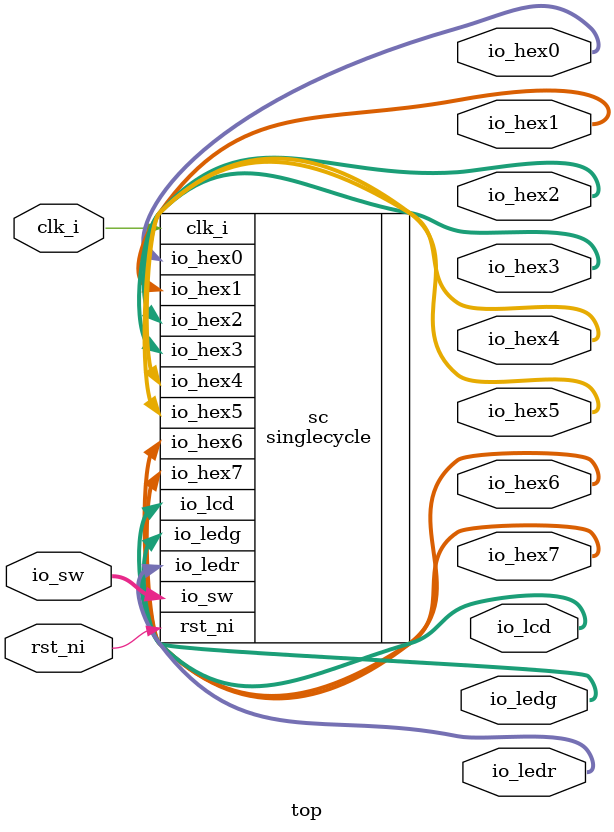
<source format=sv>
module top (
	input logic clk_i,
	input logic rst_ni,
	input logic [17:0] io_sw,
	output logic [31:0] io_lcd,
	output logic [31:0] io_ledg,
	output logic [31:0] io_ledr,
	output logic [31:0] io_hex0,
	output logic [31:0] io_hex1,
	output logic [31:0] io_hex2,
	output logic [31:0] io_hex3,
	output logic [31:0] io_hex4,
	output logic [31:0] io_hex5,
	output logic [31:0] io_hex6,
	output logic [31:0] io_hex7);

	singlecycle sc (.clk_i(clk_i),
		.rst_ni(rst_ni),
		.io_sw(io_sw),
		.io_lcd(io_lcd),
		.io_ledg(io_ledg),
                .io_ledr(io_ledr),
                .io_hex0(io_hex0),
                .io_hex1(io_hex1),
                .io_hex2(io_hex2),
                .io_hex3(io_hex3),
                .io_hex4(io_hex4),
                .io_hex5(io_hex5),
                .io_hex6(io_hex6),
                .io_hex7(io_hex7));
endmodule

</source>
